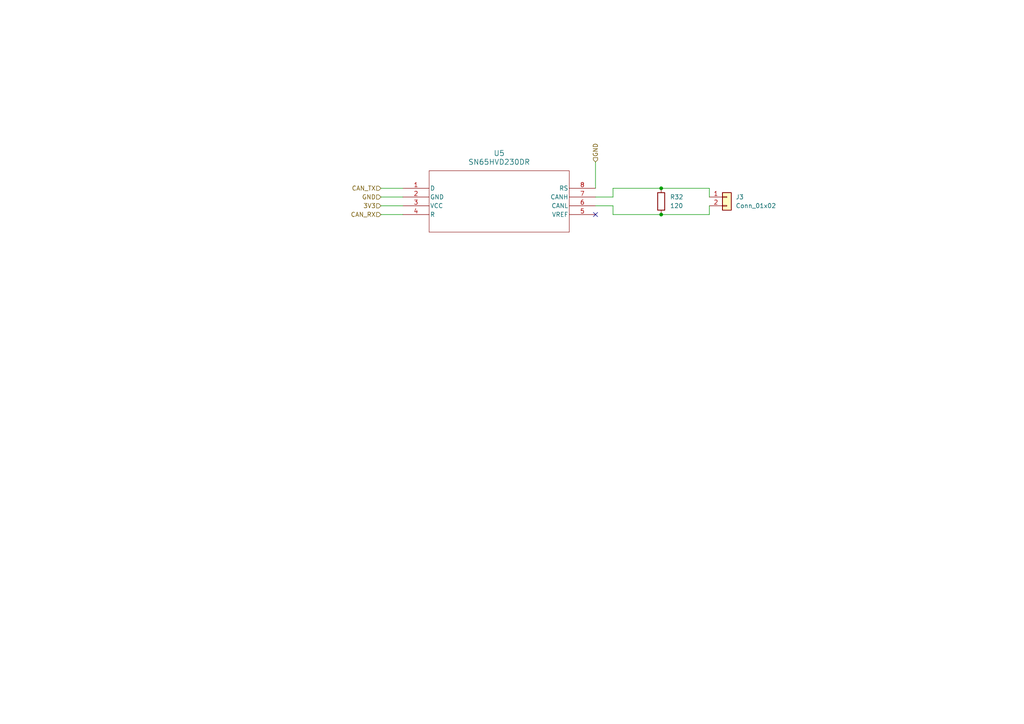
<source format=kicad_sch>
(kicad_sch (version 20230121) (generator eeschema)
  (paper "A4")
  (lib_symbols
    (symbol "Connector_Generic:Conn_01x02" (pin_names (offset 1.016) hide)
      (property "Reference" "J" (at 0 2.54 0))
      (property "Value" "Conn_01x02" (at 0 -5.08 0))
      (symbol "Conn_01x02_1_1"
        (rectangle (start -1.27 -2.413) (end 0 -2.667) (stroke (width 0.1524)))
        (rectangle (start -1.27 0.127) (end 0 -0.127) (stroke (width 0.1524)))
        (rectangle (start -1.27 1.27) (end 1.27 -3.81) (stroke (width 0.254)) (fill (type background)))
        (pin passive line (at -5.08 0 0) (length 3.81) (name "Pin_1") (number "1"))
        (pin passive line (at -5.08 -2.54 0) (length 3.81) (name "Pin_2") (number "2"))
      )
    )
    (symbol "Device:R" (pin_numbers hide) (pin_names (offset 0))
      (property "Reference" "R" (at 2.032 0 90))
      (property "Value" "R" (at 0 0 90))
      (symbol "R_0_1"
        (rectangle (start -1.016 -2.54) (end 1.016 2.54) (stroke (width 0.254)))
      )
      (symbol "R_1_1"
        (pin passive line (at 0 3.81 270) (length 1.27) (name "~") (number "1"))
        (pin passive line (at 0 -3.81 90) (length 1.27) (name "~") (number "2"))
      )
    )
    (symbol "SN65HVD230DR:SN65HVD230DR" (pin_names (offset 0.254))
      (property "Reference" "U" (at 27.94 10.16 0))
      (property "Value" "SN65HVD230DR" (at 27.94 7.62 0))
      (symbol "SN65HVD230DR_0_1"
        (polyline (pts (xy 7.62 -12.7) (xy 48.26 -12.7)) (stroke (width 0.127)))
        (polyline (pts (xy 7.62 5.08) (xy 7.62 -12.7)) (stroke (width 0.127)))
        (polyline (pts (xy 48.26 -12.7) (xy 48.26 5.08)) (stroke (width 0.127)))
        (polyline (pts (xy 48.26 5.08) (xy 7.62 5.08)) (stroke (width 0.127)))
        (pin input line (at 0 0 0) (length 7.62) (name "D") (number "1"))
        (pin power_in line (at 0 -2.54 0) (length 7.62) (name "GND") (number "2"))
        (pin power_in line (at 0 -5.08 0) (length 7.62) (name "VCC") (number "3"))
        (pin input line (at 0 -7.62 0) (length 7.62) (name "R") (number "4"))
        (pin power_in line (at 55.88 -7.62 180) (length 7.62) (name "VREF") (number "5"))
        (pin output line (at 55.88 -5.08 180) (length 7.62) (name "CANL") (number "6"))
        (pin output line (at 55.88 -2.54 180) (length 7.62) (name "CANH") (number "7"))
        (pin input line (at 55.88 0 180) (length 7.62) (name "RS") (number "8"))
      )
    )
  )
  (junction (at 191.77 54.61))
  (junction (at 191.77 62.23))
  (no_connect (at 172.72 62.23))
  (wire (pts (xy 110.49 62.23) (xy 116.84 62.23)))
  (wire (pts (xy 172.72 46.99) (xy 172.72 54.61)))
  (wire (pts (xy 110.49 57.15) (xy 116.84 57.15)))
  (wire (pts (xy 191.77 62.23) (xy 205.74 62.23)))
  (wire (pts (xy 191.77 62.23) (xy 177.8 62.23)))
  (wire (pts (xy 191.77 54.61) (xy 205.74 54.61)))
  (wire (pts (xy 177.8 54.61) (xy 191.77 54.61)))
  (wire (pts (xy 172.72 59.69) (xy 177.8 59.69)))
  (wire (pts (xy 177.8 62.23) (xy 177.8 59.69)))
  (wire (pts (xy 205.74 59.69) (xy 205.74 62.23)))
  (wire (pts (xy 110.49 54.61) (xy 116.84 54.61)))
  (wire (pts (xy 177.8 57.15) (xy 177.8 54.61)))
  (wire (pts (xy 110.49 59.69) (xy 116.84 59.69)))
  (wire (pts (xy 172.72 57.15) (xy 177.8 57.15)))
  (wire (pts (xy 205.74 57.15) (xy 205.74 54.61)))
  (hierarchical_label "GND" (shape input) (at 172.72 46.99 90))
  (hierarchical_label "CAN_TX" (shape input) (at 110.49 54.61 180))
  (hierarchical_label "3V3" (shape input) (at 110.49 59.69 180))
  (hierarchical_label "CAN_RX" (shape input) (at 110.49 62.23 180))
  (hierarchical_label "GND" (shape input) (at 110.49 57.15 180))
  (symbol (lib_id "Connector_Generic:Conn_01x02") (at 210.82 57.15 0) (unit 1)
    (property "Reference" "J3" (at 213.36 57.15 0) (effects (justify left)))
    (property "Value" "Conn_01x02" (at 213.36 59.69 0) (effects (justify left)))
    (property "Footprint" "Connector_PinHeader_2.00mm:PinHeader_1x02_P2.00mm_Vertical" (effects hide))
    (instances (project "ROSE-PILK_v1" (path "" (reference "J3") (unit 1)) (path "" (reference "J4") (unit 1))))
  )
  (symbol (lib_id "SN65HVD230DR:SN65HVD230DR") (at 116.84 54.61 0) (unit 1)
    (property "Reference" "U5" (at 144.78 44.45 0) (effects (font (size 1.524 1.524))))
    (property "Value" "SN65HVD230DR" (at 144.78 46.99 0) (effects (font (size 1.524 1.524))))
    (property "Footprint" "SN65HVD230DR:SOIC127P599X175-8N" (effects hide))
    (property "Datasheet" "SN65HVD230DR" (effects hide))
    (instances (project "ROSE-PILK_v1" (path "" (reference "U5") (unit 1)) (path "" (reference "U7") (unit 1))))
  )
  (symbol (lib_id "Device:R") (at 191.77 58.42 0) (unit 1)
    (property "Reference" "R32" (at 194.31 57.15 0) (effects (justify left)))
    (property "Value" "120" (at 194.31 59.69 0) (effects (justify left)))
    (property "Footprint" "Resistor_THT:R_Axial_DIN0207_L6.3mm_D2.5mm_P10.16mm_Horizontal" (effects hide))
    (instances (project "ROSE-PILK_v1" (path "" (reference "R32") (unit 1)) (path "" (reference "R33") (unit 1))))
  )
)
</source>
